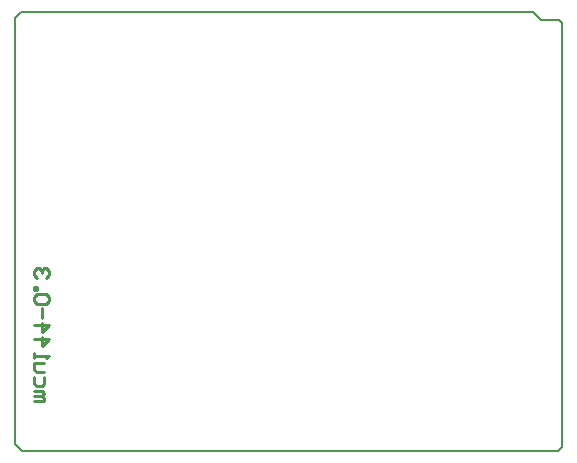
<source format=gbo>
G04*
G04 #@! TF.GenerationSoftware,Altium Limited,Altium Designer,20.2.7 (254)*
G04*
G04 Layer_Color=57008*
%FSLAX25Y25*%
%MOIN*%
G70*
G04*
G04 #@! TF.SameCoordinates,25489B90-ED76-4F5C-8E88-9731D22F464B*
G04*
G04*
G04 #@! TF.FilePolarity,Positive*
G04*
G01*
G75*
%ADD11C,0.01000*%
%ADD13C,0.00787*%
D11*
X6905Y17142D02*
X10054D01*
Y17929D01*
X9267Y18716D01*
X6905D01*
X9267D01*
X10054Y19503D01*
X9267Y20290D01*
X6905D01*
X10054Y25013D02*
Y22652D01*
X9267Y21865D01*
X7693D01*
X6905Y22652D01*
Y25013D01*
X10054Y26588D02*
X7693D01*
X6905Y27375D01*
Y29736D01*
X10054D01*
X6905Y31310D02*
Y32885D01*
Y32098D01*
X11628D01*
X10841Y31310D01*
X6905Y37608D02*
X11628D01*
X9267Y35246D01*
Y38395D01*
X6905Y42330D02*
X11628D01*
X9267Y39969D01*
Y43118D01*
Y44692D02*
Y47840D01*
X10841Y49415D02*
X11628Y50202D01*
Y51776D01*
X10841Y52563D01*
X7693D01*
X6905Y51776D01*
Y50202D01*
X7693Y49415D01*
X10841D01*
X6905Y54138D02*
X7693D01*
Y54925D01*
X6905D01*
Y54138D01*
X10841Y58073D02*
X11628Y58860D01*
Y60435D01*
X10841Y61222D01*
X10054D01*
X9267Y60435D01*
Y59648D01*
Y60435D01*
X8480Y61222D01*
X7693D01*
X6905Y60435D01*
Y58860D01*
X7693Y58073D01*
D13*
X2314Y146653D02*
X173130D01*
X175886Y143898D01*
X181890D01*
X394Y2638D02*
X2634Y398D01*
X182773Y143015D02*
X182773Y1746D01*
X394Y144734D02*
X394Y2638D01*
X394Y144734D02*
X2314Y146653D01*
X2634Y398D02*
X181424Y398D01*
X182773Y1746D01*
X181890Y143898D02*
X182773Y143015D01*
M02*

</source>
